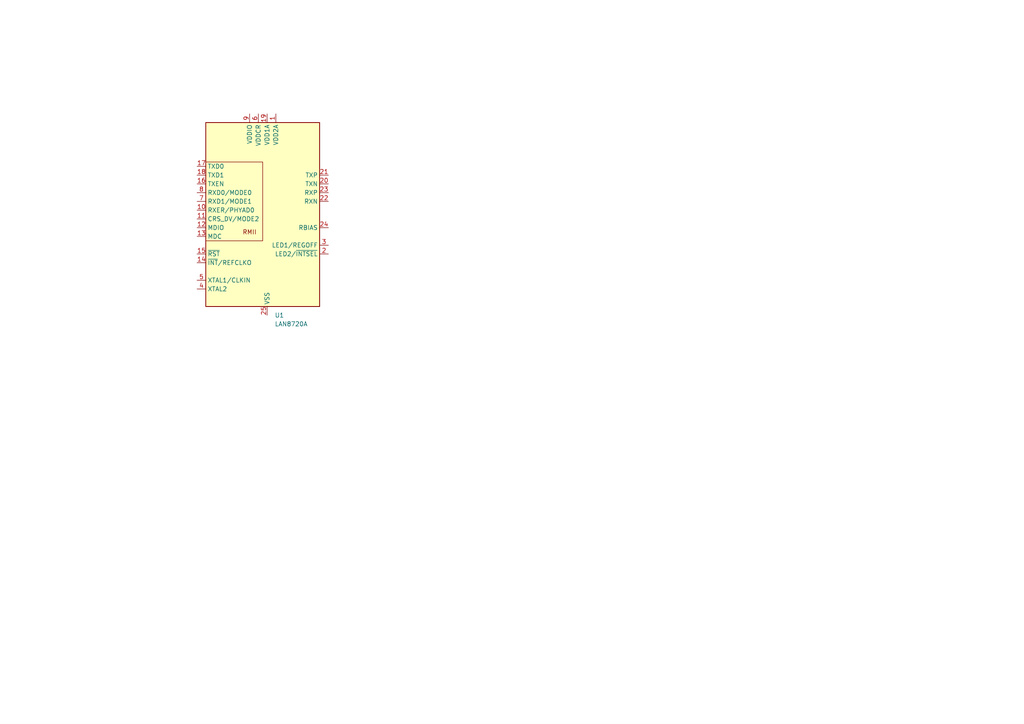
<source format=kicad_sch>
(kicad_sch (version 20231120) (generator "eeschema") (generator_version "8.0")
  (paper "A4")
  (lib_symbols
    (symbol "Interface_Ethernet:LAN8720A"
      (property "Reference" "U" (at -13.97 29.21 0))
      (property "Value" "LAN8720A" (at 15.24 29.21 0))
      (symbol "LAN8720A_0_0"
        (text "RMII" (at -5.08 -3.81 0) (effects (font (size 1.27 1.27))))
      )
      (symbol "LAN8720A_0_1"
        (rectangle (start -17.78 27.94) (end 15.24 -25.4) (stroke (width 0.254)) (fill (type background)))
        (polyline (pts (xy -17.78 -6.35) (xy -1.27 -6.35) (xy -1.27 16.51) (xy -17.78 16.51)))
      )
      (symbol "LAN8720A_1_1"
        (pin power_in line (at 2.54 30.48 270) (length 2.54) (name "VDD2A") (number "1"))
        (pin output line (at -20.32 2.54 0) (length 2.54) (name "RXER/PHYAD0") (number "10"))
        (pin bidirectional line (at -20.32 0 0) (length 2.54) (name "CRS_DV/MODE2") (number "11"))
        (pin bidirectional line (at -20.32 -2.54 0) (length 2.54) (name "MDIO") (number "12"))
        (pin input line (at -20.32 -5.08 0) (length 2.54) (name "MDC") (number "13"))
        (pin output line (at -20.32 -12.7 0) (length 2.54) (name "~{INT}/REFCLKO") (number "14"))
        (pin input line (at -20.32 -10.16 0) (length 2.54) (name "~{RST}") (number "15"))
        (pin input line (at -20.32 10.16 0) (length 2.54) (name "TXEN") (number "16"))
        (pin input line (at -20.32 15.24 0) (length 2.54) (name "TXD0") (number "17"))
        (pin input line (at -20.32 12.7 0) (length 2.54) (name "TXD1") (number "18"))
        (pin power_in line (at 0 30.48 270) (length 2.54) (name "VDD1A") (number "19"))
        (pin bidirectional line (at 17.78 -10.16 180) (length 2.54) (name "LED2/~{INTSEL}") (number "2"))
        (pin bidirectional line (at 17.78 10.16 180) (length 2.54) (name "TXN") (number "20"))
        (pin bidirectional line (at 17.78 12.7 180) (length 2.54) (name "TXP") (number "21"))
        (pin bidirectional line (at 17.78 5.08 180) (length 2.54) (name "RXN") (number "22"))
        (pin bidirectional line (at 17.78 7.62 180) (length 2.54) (name "RXP") (number "23"))
        (pin passive line (at 17.78 -2.54 180) (length 2.54) (name "RBIAS") (number "24"))
        (pin power_in line (at 0 -27.94 90) (length 2.54) (name "VSS") (number "25"))
        (pin bidirectional line (at 17.78 -7.62 180) (length 2.54) (name "LED1/REGOFF") (number "3"))
        (pin output line (at -20.32 -20.32 0) (length 2.54) (name "XTAL2") (number "4"))
        (pin input line (at -20.32 -17.78 0) (length 2.54) (name "XTAL1/CLKIN") (number "5"))
        (pin power_in line (at -2.54 30.48 270) (length 2.54) (name "VDDCR") (number "6"))
        (pin bidirectional line (at -20.32 5.08 0) (length 2.54) (name "RXD1/MODE1") (number "7"))
        (pin bidirectional line (at -20.32 7.62 0) (length 2.54) (name "RXD0/MODE0") (number "8"))
        (pin power_in line (at -5.08 30.48 270) (length 2.54) (name "VDDIO") (number "9"))
      )
    )
  )
  (symbol (lib_id "Interface_Ethernet:LAN8720A") (at 77.47 63.5 0) (unit 1)
    (property "Reference" "U3" (at 79.6641 91.44 0) (effects (justify left)))
    (property "Value" "LAN8720A" (at 79.6641 93.98 0) (effects (justify left)))
    (property "Footprint" "Package_DFN_QFN:VQFN-24-1EP_4x4mm_P0.5mm_EP2.5x2.5mm_ThermalVias" (effects (hide yes)))
    (property "Datasheet" "http://ww1.microchip.com/downloads/en/DeviceDoc/8720a.pdf" (effects (hide yes)))
    (property "Description" "LAN8720 Ethernet PHY with RMII interface, QFN-24" (effects (hide yes)))
    (instances (project "" (path "" (reference "U1") (unit 1)) (path "" (reference "U3") (unit 1)) (path "" (reference "U2") (unit 1))))
  )
)
</source>
